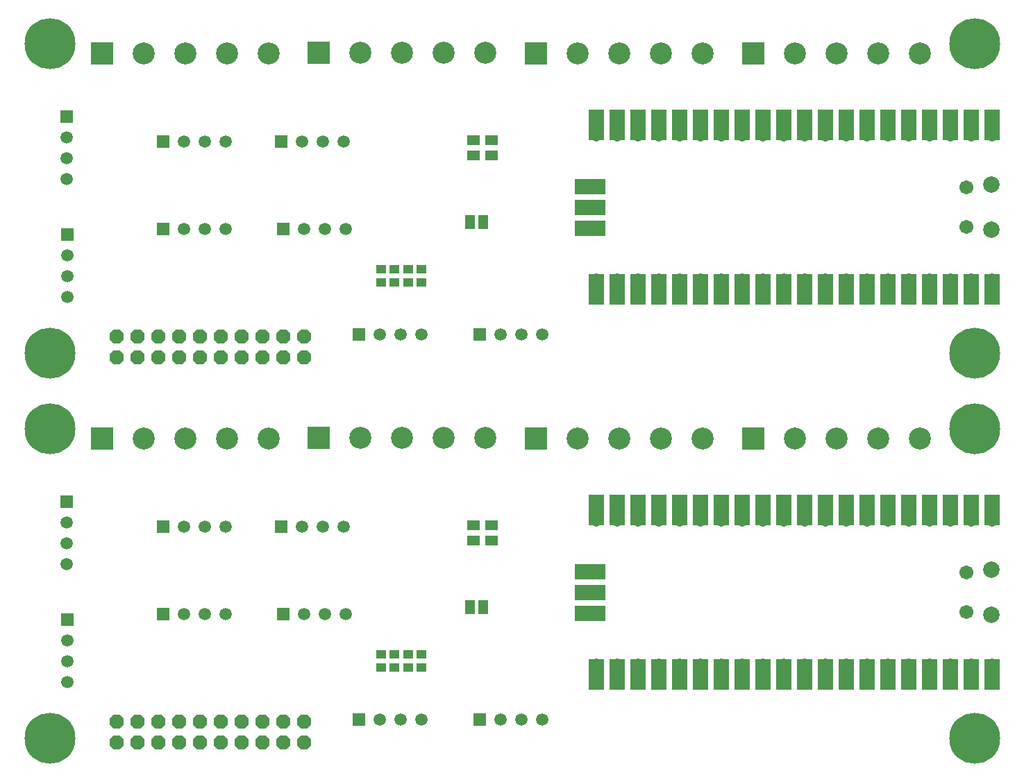
<source format=gbr>
G04 EAGLE Gerber RS-274X export*
G75*
%MOMM*%
%FSLAX34Y34*%
%LPD*%
%INSoldermask Top*%
%IPPOS*%
%AMOC8*
5,1,8,0,0,1.08239X$1,22.5*%
G01*
%ADD10C,1.711200*%
%ADD11R,1.903200X3.703200*%
%ADD12C,2.003200*%
%ADD13C,1.703200*%
%ADD14R,3.703200X1.903200*%
%ADD15R,2.678200X2.678200*%
%ADD16C,2.678200*%
%ADD17R,1.511200X1.511200*%
%ADD18C,1.511200*%
%ADD19R,1.603200X1.203200*%
%ADD20R,1.153200X1.103200*%
%ADD21P,1.869504X8X22.500000*%
%ADD22C,6.203200*%
%ADD23R,1.223200X1.673200*%


D10*
X1581150Y613410D03*
X1555750Y613410D03*
X1428750Y613410D03*
X1403350Y613410D03*
X1530350Y613410D03*
X1504950Y613410D03*
X1454150Y613410D03*
X1479550Y613410D03*
X1377950Y613410D03*
X1352550Y613410D03*
X1327150Y613410D03*
X1301750Y613410D03*
X1276350Y613410D03*
X1250950Y613410D03*
X1225550Y613410D03*
X1200150Y613410D03*
X1174750Y613410D03*
X1149350Y613410D03*
X1123950Y613410D03*
X1098550Y613410D03*
X1098550Y435610D03*
X1123950Y435610D03*
X1149350Y435610D03*
X1174750Y435610D03*
X1200150Y435610D03*
X1225550Y435610D03*
X1250950Y435610D03*
X1276350Y435610D03*
X1301750Y435610D03*
X1327150Y435610D03*
X1352550Y435610D03*
X1377950Y435610D03*
X1403350Y435610D03*
X1428750Y435610D03*
X1454150Y435610D03*
X1479550Y435610D03*
X1504950Y435610D03*
X1530350Y435610D03*
X1555750Y435610D03*
X1581150Y435610D03*
D11*
X1581150Y624510D03*
X1555750Y624510D03*
X1530350Y624510D03*
X1504950Y624510D03*
X1479550Y624510D03*
X1454150Y624510D03*
X1428750Y624510D03*
X1403350Y624510D03*
X1377950Y624510D03*
X1352550Y624510D03*
X1327150Y624510D03*
X1301750Y624510D03*
X1276350Y624510D03*
X1250950Y624510D03*
X1225550Y624510D03*
X1200150Y624510D03*
X1174750Y624510D03*
X1149350Y624510D03*
X1123950Y624510D03*
X1098550Y624510D03*
X1098550Y424510D03*
X1123950Y424510D03*
X1149350Y424510D03*
X1174750Y424510D03*
X1200150Y424510D03*
X1225550Y424510D03*
X1250950Y424510D03*
X1276350Y424510D03*
X1301750Y424510D03*
X1327150Y424510D03*
X1352550Y424510D03*
X1377950Y424510D03*
X1403350Y424510D03*
X1428750Y424510D03*
X1454150Y424510D03*
X1479550Y424510D03*
X1504950Y424510D03*
X1530350Y424510D03*
X1555750Y424510D03*
X1581150Y424510D03*
D12*
X1579850Y551760D03*
X1579850Y497260D03*
D13*
X1549550Y548760D03*
X1549550Y500260D03*
D10*
X1100850Y549910D03*
X1100850Y524510D03*
X1100850Y499110D03*
D14*
X1090600Y549910D03*
X1090600Y524510D03*
X1090600Y499110D03*
D15*
X495427Y712470D03*
D16*
X546227Y712470D03*
X597027Y712470D03*
X647827Y712470D03*
X698627Y712470D03*
D15*
X759587Y712597D03*
D16*
X810387Y712597D03*
X861187Y712597D03*
X911987Y712597D03*
X962787Y712597D03*
D15*
X1024636Y712470D03*
D16*
X1075436Y712470D03*
X1126236Y712470D03*
X1177036Y712470D03*
X1227836Y712470D03*
D15*
X1289939Y712470D03*
D16*
X1340739Y712470D03*
X1391539Y712470D03*
X1442339Y712470D03*
X1493139Y712470D03*
D17*
X713740Y604520D03*
D18*
X739140Y604520D03*
X764540Y604520D03*
X789940Y604520D03*
D17*
X453390Y491490D03*
D18*
X453390Y466090D03*
X453390Y440690D03*
X453390Y415290D03*
D17*
X956310Y369570D03*
D18*
X981710Y369570D03*
X1007110Y369570D03*
X1032510Y369570D03*
D17*
X716280Y497840D03*
D18*
X741680Y497840D03*
X767080Y497840D03*
X792480Y497840D03*
D17*
X808990Y369570D03*
D18*
X834390Y369570D03*
X859790Y369570D03*
X885190Y369570D03*
D17*
X570230Y604520D03*
D18*
X595630Y604520D03*
X621030Y604520D03*
X646430Y604520D03*
D17*
X570230Y497840D03*
D18*
X595630Y497840D03*
X621030Y497840D03*
X646430Y497840D03*
D19*
X970280Y606400D03*
X970280Y587400D03*
X948690Y606400D03*
X948690Y587400D03*
D20*
X835660Y432690D03*
X835660Y448690D03*
X852170Y432690D03*
X852170Y448690D03*
X868680Y432690D03*
X868680Y448690D03*
X885190Y432690D03*
X885190Y448690D03*
D21*
X513080Y341630D03*
X513080Y367030D03*
X538480Y341630D03*
X538480Y367030D03*
X563880Y341630D03*
X563880Y367030D03*
X589280Y341630D03*
X589280Y367030D03*
X614680Y341630D03*
X614680Y367030D03*
X640080Y341630D03*
X640080Y367030D03*
X665480Y341630D03*
X665480Y367030D03*
X690880Y341630D03*
X690880Y367030D03*
X716280Y341630D03*
X716280Y367030D03*
X741680Y341630D03*
X741680Y367030D03*
D22*
X431800Y346710D03*
X1559560Y723900D03*
X1559560Y346710D03*
X431800Y723900D03*
D17*
X452120Y635000D03*
D18*
X452120Y609600D03*
X452120Y584200D03*
X452120Y558800D03*
D23*
X944400Y506730D03*
X960600Y506730D03*
D10*
X1581150Y143510D03*
X1555750Y143510D03*
X1428750Y143510D03*
X1403350Y143510D03*
X1530350Y143510D03*
X1504950Y143510D03*
X1454150Y143510D03*
X1479550Y143510D03*
X1377950Y143510D03*
X1352550Y143510D03*
X1327150Y143510D03*
X1301750Y143510D03*
X1276350Y143510D03*
X1250950Y143510D03*
X1225550Y143510D03*
X1200150Y143510D03*
X1174750Y143510D03*
X1149350Y143510D03*
X1123950Y143510D03*
X1098550Y143510D03*
X1098550Y-34290D03*
X1123950Y-34290D03*
X1149350Y-34290D03*
X1174750Y-34290D03*
X1200150Y-34290D03*
X1225550Y-34290D03*
X1250950Y-34290D03*
X1276350Y-34290D03*
X1301750Y-34290D03*
X1327150Y-34290D03*
X1352550Y-34290D03*
X1377950Y-34290D03*
X1403350Y-34290D03*
X1428750Y-34290D03*
X1454150Y-34290D03*
X1479550Y-34290D03*
X1504950Y-34290D03*
X1530350Y-34290D03*
X1555750Y-34290D03*
X1581150Y-34290D03*
D11*
X1581150Y154610D03*
X1555750Y154610D03*
X1530350Y154610D03*
X1504950Y154610D03*
X1479550Y154610D03*
X1454150Y154610D03*
X1428750Y154610D03*
X1403350Y154610D03*
X1377950Y154610D03*
X1352550Y154610D03*
X1327150Y154610D03*
X1301750Y154610D03*
X1276350Y154610D03*
X1250950Y154610D03*
X1225550Y154610D03*
X1200150Y154610D03*
X1174750Y154610D03*
X1149350Y154610D03*
X1123950Y154610D03*
X1098550Y154610D03*
X1098550Y-45390D03*
X1123950Y-45390D03*
X1149350Y-45390D03*
X1174750Y-45390D03*
X1200150Y-45390D03*
X1225550Y-45390D03*
X1250950Y-45390D03*
X1276350Y-45390D03*
X1301750Y-45390D03*
X1327150Y-45390D03*
X1352550Y-45390D03*
X1377950Y-45390D03*
X1403350Y-45390D03*
X1428750Y-45390D03*
X1454150Y-45390D03*
X1479550Y-45390D03*
X1504950Y-45390D03*
X1530350Y-45390D03*
X1555750Y-45390D03*
X1581150Y-45390D03*
D12*
X1579850Y81860D03*
X1579850Y27360D03*
D13*
X1549550Y78860D03*
X1549550Y30360D03*
D10*
X1100850Y80010D03*
X1100850Y54610D03*
X1100850Y29210D03*
D14*
X1090600Y80010D03*
X1090600Y54610D03*
X1090600Y29210D03*
D15*
X495427Y242570D03*
D16*
X546227Y242570D03*
X597027Y242570D03*
X647827Y242570D03*
X698627Y242570D03*
D15*
X759587Y242697D03*
D16*
X810387Y242697D03*
X861187Y242697D03*
X911987Y242697D03*
X962787Y242697D03*
D15*
X1024636Y242570D03*
D16*
X1075436Y242570D03*
X1126236Y242570D03*
X1177036Y242570D03*
X1227836Y242570D03*
D15*
X1289939Y242570D03*
D16*
X1340739Y242570D03*
X1391539Y242570D03*
X1442339Y242570D03*
X1493139Y242570D03*
D17*
X713740Y134620D03*
D18*
X739140Y134620D03*
X764540Y134620D03*
X789940Y134620D03*
D17*
X453390Y21590D03*
D18*
X453390Y-3810D03*
X453390Y-29210D03*
X453390Y-54610D03*
D17*
X956310Y-100330D03*
D18*
X981710Y-100330D03*
X1007110Y-100330D03*
X1032510Y-100330D03*
D17*
X716280Y27940D03*
D18*
X741680Y27940D03*
X767080Y27940D03*
X792480Y27940D03*
D17*
X808990Y-100330D03*
D18*
X834390Y-100330D03*
X859790Y-100330D03*
X885190Y-100330D03*
D17*
X570230Y134620D03*
D18*
X595630Y134620D03*
X621030Y134620D03*
X646430Y134620D03*
D17*
X570230Y27940D03*
D18*
X595630Y27940D03*
X621030Y27940D03*
X646430Y27940D03*
D19*
X970280Y136500D03*
X970280Y117500D03*
X948690Y136500D03*
X948690Y117500D03*
D20*
X835660Y-37210D03*
X835660Y-21210D03*
X852170Y-37210D03*
X852170Y-21210D03*
X868680Y-37210D03*
X868680Y-21210D03*
X885190Y-37210D03*
X885190Y-21210D03*
D21*
X513080Y-128270D03*
X513080Y-102870D03*
X538480Y-128270D03*
X538480Y-102870D03*
X563880Y-128270D03*
X563880Y-102870D03*
X589280Y-128270D03*
X589280Y-102870D03*
X614680Y-128270D03*
X614680Y-102870D03*
X640080Y-128270D03*
X640080Y-102870D03*
X665480Y-128270D03*
X665480Y-102870D03*
X690880Y-128270D03*
X690880Y-102870D03*
X716280Y-128270D03*
X716280Y-102870D03*
X741680Y-128270D03*
X741680Y-102870D03*
D22*
X431800Y-123190D03*
X1559560Y254000D03*
X1559560Y-123190D03*
X431800Y254000D03*
D17*
X452120Y165100D03*
D18*
X452120Y139700D03*
X452120Y114300D03*
X452120Y88900D03*
D23*
X944400Y36830D03*
X960600Y36830D03*
M02*

</source>
